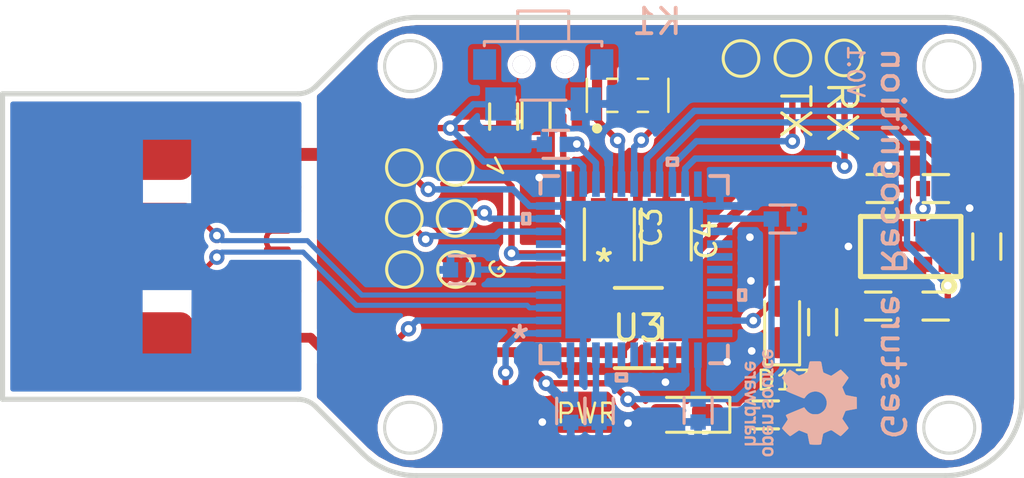
<source format=kicad_pcb>
(kicad_pcb (version 20171130) (host pcbnew "(5.1.4)-1")
  (layers (0 F.Cu signal) (31 B.Cu signal) (34 B.Paste user) (35 F.Paste user) (36 B.SilkS user) (37 F.SilkS user) (38 B.Mask user) (39 F.Mask user) (44 Edge.Cuts user))
  (net 0 "")
  (net 1 GND)
  (net 2 +5V)
  (net 3 /SCL)
  (net 4 /SDA)
  (net 5 /INT)
  (net 6 /D+)
  (net 7 /D-)
  (net 8 "Net-(U4-Pad3)")
  (net 9 /XTAL2)
  (net 10 "Net-(U2-Pad12)")
  (net 11 /XTAL1)
  (net 12 /RX)
  (net 13 /TX)
  (net 14 "Net-(U2-Pad22)")
  (net 15 "Net-(U2-Pad25)")
  (net 16 "Net-(U2-Pad26)")
  (net 17 "Net-(U2-Pad27)")
  (net 18 "Net-(U2-Pad28)")
  (net 19 "Net-(U2-Pad29)")
  (net 20 "Net-(U2-Pad30)")
  (net 21 "Net-(U2-Pad31)")
  (net 22 "Net-(U2-Pad33)")
  (net 23 "Net-(U2-Pad36)")
  (net 24 "Net-(U2-Pad37)")
  (net 25 "Net-(U2-Pad38)")
  (net 26 "Net-(U2-Pad39)")
  (net 27 "Net-(U2-Pad40)")
  (net 28 "Net-(U2-Pad41)")
  (net 29 "Net-(D1-Pad1)")
  (net 30 "Net-(D2-Pad1)")
  (net 31 /Aref)
  (net 32 /Ucap)
  (net 33 /RST)
  (net 34 /D13)
  (net 35 +3V3)
  (net 36 /MISO)
  (net 37 /SCK)
  (net 38 /MOSI)
  (net 39 /SS)
  (net 40 "Net-(U3-Pad4)")
  (module BPI:TS-018_TS24CA (layer B.Cu) (at 155.11272 89.97696 180)
    (fp_text reference K1 (at -4.46 2.46) (layer B.SilkS) (effects (justify mirror)))
    (fp_text value TS-018_TS24CA)
    (pad "" np_thru_hole custom (at 0.85 0.775 180) (size 0.7 0.7) (drill 0.7) (layers *.Cu *.Mask) (options (clearance outline) (anchor circle)) (primitives))
    (pad "" np_thru_hole custom (at -0.85 0.775 180) (size 0.7 0.7) (drill 0.7) (layers *.Cu *.Mask) (options (clearance outline) (anchor circle)) (primitives))
    (pad ~ smd rect (at -2.29997 0.775005 180) (size 0.899998 1.199998) (layers B.Cu B.Paste B.Mask))
    (pad ~ smd rect (at 2.29997 0.775005 180) (size 0.899998 1.199998) (layers B.Cu B.Paste B.Mask))
    (pad 2 smd rect (at 1.67513 -0.774903 180) (size 1.199896 1.299972) (layers B.Cu B.Paste B.Mask) (net 33 /RST))
    (pad 1 smd rect (at -1.674876 -0.7747 180) (size 1.199896 1.299972) (layers B.Cu B.Paste B.Mask) (net 1 GND))
  )
  (module OpenSourceHardware:OpenSourceHardware (layer B.Cu) (at 165.2143 102.47884 90)
    (fp_text reference G*** hide)
    (fp_text value LOGO hide)
  )
  (module BPI:APDS-9950 (layer F.Cu) (at 169.5323 96.35236 270)
    (fp_text reference U4 hide)
    (fp_text value APDS-9960 hide)
    (pad 8 smd rect (at -0.7 -1.455 270) (size 0.6 0.72) (layers F.Cu F.Paste F.Mask) (net 35 +3V3))
    (pad 7 smd rect (at -0.7 -0.485 270) (size 0.6 0.72) (layers F.Cu F.Paste F.Mask) (net 3 /SCL))
    (pad 6 smd rect (at -0.7 0.485 270) (size 0.6 0.72) (layers F.Cu F.Paste F.Mask) (net 1 GND))
    (pad 5 smd rect (at -0.7 1.455 270) (size 0.6 0.72) (layers F.Cu F.Paste F.Mask) (net 35 +3V3))
    (pad 4 smd rect (at 0.7 1.455 270) (size 0.6 0.72) (layers F.Cu F.Paste F.Mask) (net 8 "Net-(U4-Pad3)"))
    (pad 3 smd rect (at 0.7 0.485 270) (size 0.6 0.72) (layers F.Cu F.Paste F.Mask) (net 8 "Net-(U4-Pad3)"))
    (pad 2 smd rect (at 0.7 -0.485 270) (size 0.6 0.72) (layers F.Cu F.Paste F.Mask) (net 5 /INT))
    (pad 1 smd rect (at 0.7 -1.455 270) (size 0.6 0.72) (layers F.Cu F.Paste F.Mask) (net 4 /SDA))
  )
  (module BPI:SPX3819M5-L-3-3&slash_TR (layer F.Cu) (at 158.84652 99.55276)
    (fp_text reference U3 (at 0 0) (layer F.SilkS))
    (fp_text value SPX3819M5 hide)
    (fp_text user * (at -1.35255 -2.5502) (layer F.SilkS))
    (pad 1 smd rect (at -1.09855 -0.950001) (size 1.3081 0.4572) (layers F.Cu F.Paste F.Mask) (net 2 +5V))
    (pad 2 smd rect (at -1.09855 0) (size 1.3081 0.4572) (layers F.Cu F.Paste F.Mask) (net 1 GND))
    (pad 3 smd rect (at -1.09855 0.950001) (size 1.3081 0.4572) (layers F.Cu F.Paste F.Mask) (net 2 +5V))
    (pad 4 smd rect (at 1.09855 0.950001) (size 1.3081 0.4572) (layers F.Cu F.Paste F.Mask) (net 40 "Net-(U3-Pad4)"))
    (pad 5 smd rect (at 1.09855 -0.950001) (size 1.3081 0.4572) (layers F.Cu F.Paste F.Mask) (net 35 +3V3))
  )
  (module TestPoint:TestPoint_Pad_D1.0mm (layer F.Cu) (at 151.67102 97.2566)
    (fp_text reference TP9 hide)
    (fp_text value TestPoint)
    (pad 1 smd circle (at 0 0) (size 1 1) (layers F.Cu F.Mask) (net 1 GND))
  )
  (module TestPoint:TestPoint_Pad_D1.0mm (layer F.Cu) (at 149.66696 97.2561)
    (fp_text reference TP8 hide)
    (fp_text value TestPoint)
    (pad 1 smd circle (at 0 0) (size 1 1) (layers F.Cu F.Mask) (net 33 /RST))
  )
  (module TestPoint:TestPoint_Pad_D1.0mm (layer F.Cu) (at 151.65578 95.24746)
    (fp_text reference TP7 hide)
    (fp_text value TestPoint)
    (pad 1 smd circle (at 0 0) (size 1 1) (layers F.Cu F.Mask) (net 38 /MOSI))
  )
  (module TestPoint:TestPoint_Pad_D1.0mm (layer F.Cu) (at 149.66188 95.24746)
    (fp_text reference TP6 hide)
    (fp_text value TestPoint)
    (pad 1 smd circle (at 0 0) (size 1 1) (layers F.Cu F.Mask) (net 37 /SCK))
  )
  (module TestPoint:TestPoint_Pad_D1.0mm (layer F.Cu) (at 151.6634 93.25102)
    (fp_text reference TP5 hide)
    (fp_text value TestPoint)
    (pad 1 smd circle (at 0 0) (size 1 1) (layers F.Cu F.Mask) (net 2 +5V))
  )
  (module TestPoint:TestPoint_Pad_D1.0mm (layer F.Cu) (at 149.66442 93.25356)
    (fp_text reference TP4 hide)
    (fp_text value TestPoint)
    (pad 1 smd circle (at 0 0) (size 1 1) (layers F.Cu F.Mask) (net 36 /MISO))
  )
  (module BPI:C0805 (layer F.Cu) (at 159.94126 95.87992 270)
    (fp_text reference C4)
    (fp_text value 22uF)
    (fp_text user %R (at 0.21 -1.58 90) (layer F.SilkS) (effects (font (size 0.8 0.8) (thickness 0.125))))
    (pad 2 smd rect (at 0.875 0 270) (size 1.1 1.45) (layers F.Cu F.Paste F.Mask) (net 35 +3V3))
    (pad 1 smd rect (at -0.875 0 270) (size 1.1 1.45) (layers F.Cu F.Paste F.Mask) (net 1 GND))
  )
  (module BPI:USB-kingfigure (layer F.Cu) (at 141.98522 96.33574 90)
    (fp_text reference U1 hide)
    (fp_text value USB_GoldFinger)
    (pad 4 smd roundrect (at 3.6 -4.1 270) (size 2 7.000001) (layers F.Cu F.Mask) (net 1 GND))
    (pad 3 smd roundrect (at 1.025 -3.7 270) (size 1.35 6.2) (layers F.Cu F.Mask) (net 6 /D+))
    (pad 2 smd roundrect (at -1.025 -3.7 90) (size 1.35 6.2) (layers F.Cu F.Mask) (net 7 /D-))
    (pad 1 smd roundrect (at -3.6 -4.1 90) (size 2 7.000001) (layers F.Cu F.Mask) (net 2 +5V))
  )
  (module BPI:C0402 (layer B.Cu) (at 164.51072 95.27286 180)
    (fp_text reference C12)
    (fp_text value 105)
    (pad 2 smd rect (at 0.45 0 180) (size 0.6 0.6) (layers B.Cu B.Paste B.Mask) (net 2 +5V))
    (pad 1 smd rect (at -0.45 0 180) (size 0.6 0.6) (layers B.Cu B.Paste B.Mask) (net 1 GND))
  )
  (module BPI:R0402 (layer F.Cu) (at 166.0779 99.32416 270)
    (fp_text reference R6)
    (fp_text value 4K7)
    (pad 1 smd rect (at -0.5 0 270) (size 0.55 0.6) (layers F.Cu F.Paste F.Mask) (net 1 GND))
    (pad 2 smd rect (at 0.5 0 270) (size 0.55 0.6) (layers F.Cu F.Paste F.Mask) (net 30 "Net-(D2-Pad1)"))
  )
  (module BPI:R0402 (layer F.Cu) (at 163.84524 102.96652 180)
    (fp_text reference R5)
    (fp_text value 4K7)
    (pad 1 smd rect (at -0.5 0 180) (size 0.55 0.6) (layers F.Cu F.Paste F.Mask) (net 1 GND))
    (pad 2 smd rect (at 0.5 0 180) (size 0.55 0.6) (layers F.Cu F.Paste F.Mask) (net 29 "Net-(D1-Pad1)"))
  )
  (module LED_SMD:LED_0603_1608Metric_Castellated (layer F.Cu) (at 164.48786 99.31654 90)
    (fp_text reference D2 hide)
    (fp_text value LED-G)
    (pad 2 smd roundrect (at 0.8125 0 90) (size 1.225 0.85) (layers F.Cu F.Paste F.Mask) (net 34 /D13))
    (pad 1 smd roundrect (at -0.8125 0 90) (size 1.225 0.85) (layers F.Cu F.Paste F.Mask) (net 30 "Net-(D2-Pad1)"))
  )
  (module LED_SMD:LED_0603_1608Metric_Castellated (layer F.Cu) (at 160.75122 102.96398 180)
    (fp_text reference D1 hide)
    (fp_text value LED-R)
    (pad 2 smd roundrect (at 0.8125 0 180) (size 1.225 0.85) (layers F.Cu F.Paste F.Mask) (net 2 +5V))
    (pad 1 smd roundrect (at -0.8125 0 180) (size 1.225 0.85) (layers F.Cu F.Paste F.Mask) (net 29 "Net-(D1-Pad1)"))
  )
  (module TestPoint:TestPoint_Pad_D1.0mm (layer F.Cu) (at 166.91864 88.94318 270)
    (fp_text reference TP3 hide)
    (fp_text value TestPoint hide)
    (pad 1 smd circle (at 0 0 270) (size 1 1) (layers F.Cu F.Mask) (net 13 /TX))
  )
  (module TestPoint:TestPoint_Pad_D1.0mm (layer F.Cu) (at 164.9095 88.9508 270)
    (fp_text reference TP2 hide)
    (fp_text value TestPoint hide)
    (pad 1 smd circle (at 0 0 270) (size 1 1) (layers F.Cu F.Mask) (net 12 /RX))
  )
  (module TestPoint:TestPoint_Pad_D1.0mm (layer F.Cu) (at 162.87496 88.96604 270)
    (fp_text reference TP1 hide)
    (fp_text value TestPoint hide)
    (pad 1 smd circle (at 0 0 270) (size 1 1) (layers F.Cu F.Mask) (net 1 GND))
  )
  (module BPI:C0402 (layer B.Cu) (at 155.6076 92.33916)
    (fp_text reference C5)
    (fp_text value 104)
    (pad 2 smd rect (at 0.45 0) (size 0.6 0.6) (layers B.Cu B.Paste B.Mask) (net 2 +5V))
    (pad 1 smd rect (at -0.45 0) (size 0.6 0.6) (layers B.Cu B.Paste B.Mask) (net 1 GND))
  )
  (module BPI:ATMEGA32U4-MU (layer B.Cu) (at 158.68142 97.25914)
    (fp_text reference U2 hide)
    (fp_text value ATMEGA32U4-MU hide)
    (fp_text user * (at -4.4898 2.75) (layer B.SilkS) (effects (justify mirror)))
    (fp_text user * (at -4.4898 2.75) (layer B.SilkS) (effects (justify mirror)))
    (pad 1 smd rect (at -3.3574 2.5 270) (size 0.3 0.9948) (layers B.Cu B.Paste B.Mask) (net 5 /INT))
    (pad 2 smd rect (at -3.3574 2.000001 270) (size 0.3 0.9948) (layers B.Cu B.Paste B.Mask) (net 2 +5V))
    (pad 3 smd rect (at -3.3574 1.5 270) (size 0.3 0.9948) (layers B.Cu B.Paste B.Mask) (net 7 /D-))
    (pad 4 smd rect (at -3.3574 1.000001 270) (size 0.3 0.9948) (layers B.Cu B.Paste B.Mask) (net 6 /D+))
    (pad 5 smd rect (at -3.3574 0.499999 270) (size 0.3 0.9948) (layers B.Cu B.Paste B.Mask) (net 1 GND))
    (pad 6 smd rect (at -3.3574 0 270) (size 0.3 0.9948) (layers B.Cu B.Paste B.Mask) (net 32 /Ucap))
    (pad 7 smd rect (at -3.3574 -0.499999 270) (size 0.3 0.9948) (layers B.Cu B.Paste B.Mask) (net 2 +5V))
    (pad 8 smd rect (at -3.3574 -1.000001 270) (size 0.3 0.9948) (layers B.Cu B.Paste B.Mask) (net 39 /SS))
    (pad 9 smd rect (at -3.3574 -1.5 270) (size 0.3 0.9948) (layers B.Cu B.Paste B.Mask) (net 37 /SCK))
    (pad 10 smd rect (at -3.3574 -2.000001 270) (size 0.3 0.9948) (layers B.Cu B.Paste B.Mask) (net 38 /MOSI))
    (pad 11 smd rect (at -3.3574 -2.5 270) (size 0.3 0.9948) (layers B.Cu B.Paste B.Mask) (net 36 /MISO))
    (pad 12 smd rect (at -2.5 -3.3574) (size 0.3 0.9948) (layers B.Cu B.Paste B.Mask) (net 10 "Net-(U2-Pad12)"))
    (pad 13 smd rect (at -2.000001 -3.3574) (size 0.3 0.9948) (layers B.Cu B.Paste B.Mask) (net 33 /RST))
    (pad 14 smd rect (at -1.5 -3.3574) (size 0.3 0.9948) (layers B.Cu B.Paste B.Mask) (net 2 +5V))
    (pad 15 smd rect (at -1.000001 -3.3574) (size 0.3 0.9948) (layers B.Cu B.Paste B.Mask) (net 1 GND))
    (pad 16 smd rect (at -0.499999 -3.3574) (size 0.3 0.9948) (layers B.Cu B.Paste B.Mask) (net 9 /XTAL2))
    (pad 17 smd rect (at 0 -3.3574) (size 0.3 0.9948) (layers B.Cu B.Paste B.Mask) (net 11 /XTAL1))
    (pad 18 smd rect (at 0.499999 -3.3574) (size 0.3 0.9948) (layers B.Cu B.Paste B.Mask) (net 3 /SCL))
    (pad 19 smd rect (at 1.000001 -3.3574) (size 0.3 0.9948) (layers B.Cu B.Paste B.Mask) (net 4 /SDA))
    (pad 20 smd rect (at 1.5 -3.3574) (size 0.3 0.9948) (layers B.Cu B.Paste B.Mask) (net 12 /RX))
    (pad 21 smd rect (at 2.000001 -3.3574) (size 0.3 0.9948) (layers B.Cu B.Paste B.Mask) (net 13 /TX))
    (pad 22 smd rect (at 2.5 -3.3574) (size 0.3 0.9948) (layers B.Cu B.Paste B.Mask) (net 14 "Net-(U2-Pad22)"))
    (pad 23 smd rect (at 3.3574 -2.5 270) (size 0.3 0.9948) (layers B.Cu B.Paste B.Mask) (net 1 GND))
    (pad 24 smd rect (at 3.3574 -2.000001 270) (size 0.3 0.9948) (layers B.Cu B.Paste B.Mask) (net 2 +5V))
    (pad 25 smd rect (at 3.3574 -1.5 270) (size 0.3 0.9948) (layers B.Cu B.Paste B.Mask) (net 15 "Net-(U2-Pad25)"))
    (pad 26 smd rect (at 3.3574 -1.000001 270) (size 0.3 0.9948) (layers B.Cu B.Paste B.Mask) (net 16 "Net-(U2-Pad26)"))
    (pad 27 smd rect (at 3.3574 -0.499999 270) (size 0.3 0.9948) (layers B.Cu B.Paste B.Mask) (net 17 "Net-(U2-Pad27)"))
    (pad 28 smd rect (at 3.3574 0 270) (size 0.3 0.9948) (layers B.Cu B.Paste B.Mask) (net 18 "Net-(U2-Pad28)"))
    (pad 29 smd rect (at 3.3574 0.499999 270) (size 0.3 0.9948) (layers B.Cu B.Paste B.Mask) (net 19 "Net-(U2-Pad29)"))
    (pad 30 smd rect (at 3.3574 1.000001 270) (size 0.3 0.9948) (layers B.Cu B.Paste B.Mask) (net 20 "Net-(U2-Pad30)"))
    (pad 31 smd rect (at 3.3574 1.5 270) (size 0.3 0.9948) (layers B.Cu B.Paste B.Mask) (net 21 "Net-(U2-Pad31)"))
    (pad 32 smd rect (at 3.3574 2.000001 270) (size 0.3 0.9948) (layers B.Cu B.Paste B.Mask) (net 34 /D13))
    (pad 33 smd rect (at 3.3574 2.5 270) (size 0.3 0.9948) (layers B.Cu B.Paste B.Mask) (net 22 "Net-(U2-Pad33)"))
    (pad 34 smd rect (at 2.5 3.3574) (size 0.3 0.9948) (layers B.Cu B.Paste B.Mask) (net 2 +5V))
    (pad 35 smd rect (at 2.000001 3.3574) (size 0.3 0.9948) (layers B.Cu B.Paste B.Mask) (net 1 GND))
    (pad 36 smd rect (at 1.5 3.3574) (size 0.3 0.9948) (layers B.Cu B.Paste B.Mask) (net 23 "Net-(U2-Pad36)"))
    (pad 37 smd rect (at 1.000001 3.3574) (size 0.3 0.9948) (layers B.Cu B.Paste B.Mask) (net 24 "Net-(U2-Pad37)"))
    (pad 38 smd rect (at 0.499999 3.3574) (size 0.3 0.9948) (layers B.Cu B.Paste B.Mask) (net 25 "Net-(U2-Pad38)"))
    (pad 39 smd rect (at 0 3.3574) (size 0.3 0.9948) (layers B.Cu B.Paste B.Mask) (net 26 "Net-(U2-Pad39)"))
    (pad 40 smd rect (at -0.499999 3.3574) (size 0.3 0.9948) (layers B.Cu B.Paste B.Mask) (net 27 "Net-(U2-Pad40)"))
    (pad 41 smd rect (at -1.000001 3.3574) (size 0.3 0.9948) (layers B.Cu B.Paste B.Mask) (net 28 "Net-(U2-Pad41)"))
    (pad 42 smd rect (at -1.5 3.3574) (size 0.3 0.9948) (layers B.Cu B.Paste B.Mask) (net 31 /Aref))
    (pad 43 smd rect (at -2.000001 3.3574) (size 0.3 0.9948) (layers B.Cu B.Paste B.Mask) (net 1 GND))
    (pad 44 smd rect (at -2.5 3.3574) (size 0.3 0.9948) (layers B.Cu B.Paste B.Mask) (net 2 +5V))
    (pad 45 smd rect (at 0 0) (size 5.399999 5.399999) (layers B.Cu B.Paste B.Mask) (net 1 GND))
  )
  (module BPI:CSTCE16M (layer F.Cu) (at 158.42488 90.41384 180)
    (fp_text reference Y1 hide)
    (fp_text value Crystal_16M hide)
    (pad 1 smd rect (at 1.2 0 180) (size 0.4 2) (layers F.Cu F.Paste F.Mask) (net 9 /XTAL2))
    (pad 2 smd rect (at 0 0 180) (size 0.4 2) (layers F.Cu F.Paste F.Mask) (net 1 GND))
    (pad 3 smd rect (at -1.2 0 180) (size 0.4 2) (layers F.Cu F.Paste F.Mask) (net 11 /XTAL1))
  )
  (module BPI:R0402 (layer F.Cu) (at 168.25722 98.6917 180)
    (fp_text reference R4)
    (fp_text value 10K)
    (pad 1 smd rect (at -0.5 0 180) (size 0.55 0.6) (layers F.Cu F.Paste F.Mask) (net 35 +3V3))
    (pad 2 smd rect (at 0.5 0 180) (size 0.55 0.6) (layers F.Cu F.Paste F.Mask) (net 5 /INT))
  )
  (module BPI:R0402 (layer F.Cu) (at 154.83078 91.1987 90)
    (fp_text reference R3)
    (fp_text value 10K)
    (pad 1 smd rect (at -0.5 0 90) (size 0.55 0.6) (layers F.Cu F.Paste F.Mask) (net 33 /RST))
    (pad 2 smd rect (at 0.5 0 90) (size 0.55 0.6) (layers F.Cu F.Paste F.Mask) (net 2 +5V))
  )
  (module BPI:R0402 (layer F.Cu) (at 170.51274 98.6917 180)
    (fp_text reference R2)
    (fp_text value 4K7)
    (pad 1 smd rect (at -0.5 0 180) (size 0.55 0.6) (layers F.Cu F.Paste F.Mask) (net 4 /SDA))
    (pad 2 smd rect (at 0.5 0 180) (size 0.55 0.6) (layers F.Cu F.Paste F.Mask) (net 35 +3V3))
  )
  (module BPI:R0402 (layer F.Cu) (at 170.52036 94.07652)
    (fp_text reference R1)
    (fp_text value 4K7)
    (pad 1 smd rect (at -0.5 0) (size 0.55 0.6) (layers F.Cu F.Paste F.Mask) (net 3 /SCL))
    (pad 2 smd rect (at 0.5 0) (size 0.55 0.6) (layers F.Cu F.Paste F.Mask) (net 35 +3V3))
  )
  (module BPI:C0402 (layer B.Cu) (at 156.19222 102.81158 90)
    (fp_text reference C11)
    (fp_text value 105)
    (pad 2 smd rect (at 0.45 0 90) (size 0.6 0.6) (layers B.Cu B.Paste B.Mask) (net 2 +5V))
    (pad 1 smd rect (at -0.45 0 90) (size 0.6 0.6) (layers B.Cu B.Paste B.Mask) (net 1 GND))
  )
  (module BPI:C0402 (layer F.Cu) (at 168.31818 94.07398)
    (fp_text reference C10)
    (fp_text value 105)
    (pad 2 smd rect (at 0.45 0) (size 0.6 0.6) (layers F.Cu F.Paste F.Mask) (net 1 GND))
    (pad 1 smd rect (at -0.45 0) (size 0.6 0.6) (layers F.Cu F.Paste F.Mask) (net 35 +3V3))
  )
  (module BPI:C0402 (layer F.Cu) (at 172.51934 96.3549 90)
    (fp_text reference C8)
    (fp_text value 105)
    (pad 2 smd rect (at 0.45 0 90) (size 0.6 0.6) (layers F.Cu F.Paste F.Mask) (net 35 +3V3))
    (pad 1 smd rect (at -0.45 0 90) (size 0.6 0.6) (layers F.Cu F.Paste F.Mask) (net 1 GND))
  )
  (module BPI:C0402 (layer F.Cu) (at 153.56078 91.2495 90)
    (fp_text reference C7)
    (fp_text value 104)
    (pad 2 smd rect (at 0.45 0 90) (size 0.6 0.6) (layers F.Cu F.Paste F.Mask) (net 1 GND))
    (pad 1 smd rect (at -0.45 0 90) (size 0.6 0.6) (layers F.Cu F.Paste F.Mask) (net 33 /RST))
  )
  (module BPI:C0402 (layer B.Cu) (at 161.19094 102.79634 90)
    (fp_text reference C6)
    (fp_text value 104)
    (pad 2 smd rect (at 0.45 0 90) (size 0.6 0.6) (layers B.Cu B.Paste B.Mask) (net 2 +5V))
    (pad 1 smd rect (at -0.45 0 90) (size 0.6 0.6) (layers B.Cu B.Paste B.Mask) (net 1 GND))
  )
  (module BPI:C0805 (layer F.Cu) (at 157.7086 95.87484 270)
    (fp_text reference C3)
    (fp_text value 22uF)
    (fp_text user %R (at -0.27432 -1.64338 90) (layer F.SilkS) (effects (font (size 0.8 0.8) (thickness 0.125))))
    (pad 2 smd rect (at 0.875 0 270) (size 1.1 1.45) (layers F.Cu F.Paste F.Mask) (net 2 +5V))
    (pad 1 smd rect (at -0.875 0 270) (size 1.1 1.45) (layers F.Cu F.Paste F.Mask) (net 1 GND))
  )
  (module BPI:C0402 (layer B.Cu) (at 151.92502 97.2693 180)
    (fp_text reference C2)
    (fp_text value 105)
    (pad 2 smd rect (at 0.45 0 180) (size 0.6 0.6) (layers B.Cu B.Paste B.Mask) (net 1 GND))
    (pad 1 smd rect (at -0.45 0 180) (size 0.6 0.6) (layers B.Cu B.Paste B.Mask) (net 32 /Ucap))
  )
  (module BPI:C0402 (layer B.Cu) (at 157.30728 102.8065 90)
    (fp_text reference C1)
    (fp_text value 104)
    (pad 2 smd rect (at 0.45 0 90) (size 0.6 0.6) (layers B.Cu B.Paste B.Mask) (net 31 /Aref))
    (pad 1 smd rect (at -0.45 0 90) (size 0.6 0.6) (layers B.Cu B.Paste B.Mask) (net 1 GND))
  )
  (gr_text G (at 153.29154 97.27692 45) (layer F.SilkS) (effects (font (size 0.635 0.635) (thickness 0.1016))))
  (gr_text V (at 153.3271 93.2561 45) (layer F.SilkS) (effects (font (size 0.635 0.635) (thickness 0.1016))))
  (gr_text "RX\nTX" (at 165.91534 91.0463 270) (layer F.SilkS) (effects (font (size 1.143 1.27) (thickness 0.127))))
  (gr_circle (center 171.04614 103.4702) (end 171.04614 104.4702) (layer Edge.Cuts) (width 0.12))
  (gr_circle (center 149.88794 89.26398) (end 149.88794 90.26398) (layer Edge.Cuts) (width 0.12))
  (gr_circle (center 149.88794 103.4702) (end 149.88794 104.4702) (layer Edge.Cuts) (width 0.12))
  (gr_circle (center 171.04614 89.26906) (end 171.04614 90.26906) (layer Edge.Cuts) (width 0.12))
  (gr_text V0.1 (at 167.37076 89.46642 270) (layer B.SilkS) (effects (font (size 0.635 0.635) (thickness 0.1016)) (justify mirror)))
  (gr_text "Gesture Recognition" (at 168.83634 96.23552 270) (layer B.SilkS) (effects (font (size 0.889 1.016) (thickness 0.1524)) (justify mirror)))
  (gr_text Hulk (at 144.83334 96.33712 270) (layer F.Cu) (effects (font (size 1.27 1.651) (thickness 0.2032))))
  (gr_line (start 173.89628 102.35314) (end 173.89628 90.35314) (layer Edge.Cuts) (width 0.2))
  (gr_line (start 133.89628 90.35314) (end 133.89628 102.35314) (layer Edge.Cuts) (width 0.2))
  (gr_text D13 (at 164.5793 101.6127) (layer F.SilkS) (effects (font (size 0.762 0.762) (thickness 0.1016))))
  (gr_text PWR (at 156.8196 102.90556) (layer F.SilkS) (effects (font (size 0.762 0.762) (thickness 0.1016))))
  (gr_line (start 150.13874 105.35288) (end 170.8961 105.35288) (layer Edge.Cuts) (width 0.2))
  (gr_arc (start 170.8961 90.35288) (end 173.8961 90.35288) (angle -90) (layer Edge.Cuts) (width 0.2))
  (gr_arc (start 145.481886 103.35288) (end 146.188993 102.645773) (angle -45) (layer Edge.Cuts) (width 0.2))
  (gr_arc (start 150.13874 102.352879) (end 148.01742 104.4742) (angle -45) (layer Edge.Cuts) (width 0.2))
  (gr_line (start 170.8961 87.35288) (end 150.13874 87.35288) (layer Edge.Cuts) (width 0.2))
  (gr_line (start 146.188993 102.645773) (end 148.01742 104.4742) (layer Edge.Cuts) (width 0.2))
  (gr_arc (start 170.8961 102.35288) (end 170.8961 105.35288) (angle -90) (layer Edge.Cuts) (width 0.2))
  (gr_arc (start 145.481886 89.35288) (end 145.481886 90.35288) (angle -45) (layer Edge.Cuts) (width 0.2))
  (gr_arc (start 150.13874 90.35288) (end 150.13874 87.35288) (angle -45) (layer Edge.Cuts) (width 0.2))
  (gr_line (start 145.481886 90.35288) (end 133.8961 90.35288) (layer Edge.Cuts) (width 0.2))
  (gr_line (start 148.01742 88.23156) (end 146.188993 90.059987) (layer Edge.Cuts) (width 0.2))
  (gr_line (start 133.8961 102.35288) (end 145.481886 102.35288) (layer Edge.Cuts) (width 0.2))
  (segment (start 156.681419 99.259141) (end 158.68142 97.25914) (width 0.25) (layer B.Cu) (net 1))
  (segment (start 156.681419 100.61654) (end 156.681419 99.259141) (width 0.25) (layer B.Cu) (net 1))
  (segment (start 160.681421 99.259141) (end 158.68142 97.25914) (width 0.25) (layer B.Cu) (net 1))
  (segment (start 160.681421 100.61654) (end 160.681421 99.259141) (width 0.25) (layer B.Cu) (net 1))
  (segment (start 161.18142 94.75914) (end 158.68142 97.25914) (width 0.25) (layer B.Cu) (net 1))
  (segment (start 162.03882 94.75914) (end 161.18142 94.75914) (width 0.25) (layer B.Cu) (net 1))
  (via (at 163.29406 100.45446) (size 0.6) (drill 0.3) (layers F.Cu B.Cu) (net 1))
  (via (at 162.32886 100.88626) (size 0.6) (drill 0.3) (layers F.Cu B.Cu) (net 1))
  (via (at 159.90824 101.68128) (size 0.6) (drill 0.3) (layers F.Cu B.Cu) (net 1))
  (via (at 154.95524 93.64218) (size 0.6) (drill 0.3) (layers F.Cu B.Cu) (net 1))
  (via (at 168.66616 93.17228) (size 0.6) (drill 0.3) (layers F.Cu B.Cu) (net 1))
  (via (at 167.08882 96.34982) (size 0.6) (drill 0.3) (layers F.Cu B.Cu) (net 1))
  (segment (start 137.88522 92.73574) (end 146.55258 92.73574) (width 0.508) (layer F.Cu) (net 1))
  (segment (start 146.55258 92.73574) (end 147.02028 92.26804) (width 0.381) (layer F.Cu) (net 1))
  (via (at 155.07716 103.24846) (size 0.6) (drill 0.3) (layers F.Cu B.Cu) (net 1))
  (via (at 158.44012 103.2891) (size 0.6) (drill 0.3) (layers F.Cu B.Cu) (net 1))
  (via (at 163.26358 97.7011) (size 0.6) (drill 0.3) (layers F.Cu B.Cu) (net 1))
  (via (at 163.22294 95.9866) (size 0.6) (drill 0.3) (layers F.Cu B.Cu) (net 1))
  (via (at 171.84624 94.8436) (size 0.6) (drill 0.3) (layers F.Cu B.Cu) (net 1))
  (segment (start 158.181421 97.759139) (end 158.68142 97.25914) (width 0.25) (layer B.Cu) (net 1))
  (segment (start 155.32402 97.759139) (end 158.181421 97.759139) (width 0.25) (layer B.Cu) (net 1))
  (segment (start 157.681419 96.259139) (end 158.68142 97.25914) (width 0.25) (layer B.Cu) (net 1))
  (segment (start 157.681419 93.90174) (end 157.681419 96.259139) (width 0.25) (layer B.Cu) (net 1))
  (segment (start 157.74797 96.78921) (end 157.7086 96.74984) (width 0.381) (layer F.Cu) (net 2))
  (segment (start 157.74797 98.602759) (end 157.74797 96.78921) (width 0.381) (layer F.Cu) (net 2))
  (segment (start 158.17342 100.502761) (end 157.74797 100.502761) (width 0.25) (layer F.Cu) (net 2))
  (segment (start 158.727021 99.94916) (end 158.17342 100.502761) (width 0.25) (layer F.Cu) (net 2))
  (segment (start 158.727021 99.15636) (end 158.727021 99.94916) (width 0.25) (layer F.Cu) (net 2))
  (segment (start 157.74797 98.602759) (end 158.17342 98.602759) (width 0.25) (layer F.Cu) (net 2))
  (segment (start 158.17342 98.602759) (end 158.727021 99.15636) (width 0.25) (layer F.Cu) (net 2))
  (segment (start 164.046999 95.259139) (end 164.06072 95.27286) (width 0.25) (layer B.Cu) (net 2))
  (segment (start 162.03882 95.259139) (end 164.046999 95.259139) (width 0.25) (layer B.Cu) (net 2))
  (segment (start 161.18142 102.33682) (end 161.19094 102.34634) (width 0.25) (layer B.Cu) (net 2))
  (segment (start 161.18142 100.61654) (end 161.18142 102.33682) (width 0.25) (layer B.Cu) (net 2))
  (segment (start 156.19222 100.62734) (end 156.18142 100.61654) (width 0.25) (layer B.Cu) (net 2))
  (segment (start 156.19222 102.36158) (end 156.19222 100.62734) (width 0.25) (layer B.Cu) (net 2))
  (via (at 155.22448 101.72446) (size 0.6) (drill 0.3) (layers F.Cu B.Cu) (net 2))
  (segment (start 156.19222 102.36158) (end 155.8616 102.36158) (width 0.381) (layer B.Cu) (net 2))
  (segment (start 155.8616 102.36158) (end 155.22448 101.72446) (width 0.381) (layer B.Cu) (net 2))
  (segment (start 153.669959 100.502761) (end 157.74797 100.502761) (width 0.381) (layer F.Cu) (net 2))
  (segment (start 154.002781 100.502761) (end 153.669959 100.502761) (width 0.381) (layer F.Cu) (net 2))
  (segment (start 155.22448 101.72446) (end 154.002781 100.502761) (width 0.381) (layer F.Cu) (net 2))
  (via (at 149.82698 99.58324) (size 0.6) (drill 0.3) (layers F.Cu B.Cu) (net 2))
  (segment (start 155.32402 99.259141) (end 150.151079 99.259141) (width 0.25) (layer B.Cu) (net 2))
  (segment (start 150.151079 99.259141) (end 149.82698 99.58324) (width 0.25) (layer B.Cu) (net 2))
  (segment (start 148.866819 100.502761) (end 153.669959 100.502761) (width 0.381) (layer F.Cu) (net 2))
  (segment (start 148.907459 100.502761) (end 148.866819 100.502761) (width 0.25) (layer F.Cu) (net 2))
  (segment (start 149.82698 99.58324) (end 148.907459 100.502761) (width 0.25) (layer F.Cu) (net 2))
  (segment (start 152.163399 93.751019) (end 153.639139 93.751019) (width 0.25) (layer F.Cu) (net 2))
  (segment (start 151.6634 93.25102) (end 152.163399 93.751019) (width 0.25) (layer F.Cu) (net 2))
  (via (at 153.86812 96.61906) (size 0.6) (drill 0.3) (layers F.Cu B.Cu) (net 2))
  (segment (start 153.639139 93.751019) (end 153.86812 93.98) (width 0.25) (layer F.Cu) (net 2))
  (segment (start 153.86812 93.98) (end 153.86812 96.61906) (width 0.25) (layer F.Cu) (net 2))
  (segment (start 154.008201 96.759141) (end 155.32402 96.759141) (width 0.25) (layer B.Cu) (net 2))
  (segment (start 153.86812 96.61906) (end 154.008201 96.759141) (width 0.25) (layer B.Cu) (net 2))
  (segment (start 157.57782 96.61906) (end 157.7086 96.74984) (width 0.25) (layer F.Cu) (net 2))
  (segment (start 153.86812 96.61906) (end 157.57782 96.61906) (width 0.25) (layer F.Cu) (net 2))
  (segment (start 155.38078 90.6987) (end 155.89758 91.2155) (width 0.25) (layer F.Cu) (net 2))
  (segment (start 157.5336 96.74984) (end 157.7086 96.74984) (width 0.25) (layer F.Cu) (net 2))
  (segment (start 155.89758 95.11382) (end 157.5336 96.74984) (width 0.25) (layer F.Cu) (net 2))
  (segment (start 164.06072 95.82286) (end 164.06876 95.8309) (width 0.25) (layer B.Cu) (net 2))
  (segment (start 164.06072 95.27286) (end 164.06072 95.82286) (width 0.25) (layer B.Cu) (net 2))
  (segment (start 164.06876 95.8309) (end 164.06876 100.96754) (width 0.25) (layer B.Cu) (net 2))
  (segment (start 162.68996 102.34634) (end 161.19094 102.34634) (width 0.25) (layer B.Cu) (net 2))
  (segment (start 164.06876 100.96754) (end 162.68996 102.34634) (width 0.25) (layer B.Cu) (net 2))
  (via (at 158.43758 102.35438) (size 0.6) (drill 0.3) (layers F.Cu B.Cu) (net 2))
  (segment (start 161.19094 102.34634) (end 158.44562 102.34634) (width 0.25) (layer B.Cu) (net 2))
  (segment (start 158.44562 102.34634) (end 158.43758 102.35438) (width 0.25) (layer B.Cu) (net 2))
  (segment (start 157.80766 101.72446) (end 155.22448 101.72446) (width 0.25) (layer F.Cu) (net 2))
  (segment (start 158.43758 102.35438) (end 157.80766 101.72446) (width 0.25) (layer F.Cu) (net 2))
  (segment (start 159.04718 102.96398) (end 158.43758 102.35438) (width 0.25) (layer F.Cu) (net 2))
  (segment (start 159.93872 102.96398) (end 159.04718 102.96398) (width 0.25) (layer F.Cu) (net 2))
  (segment (start 146.550339 100.502761) (end 148.866819 100.502761) (width 0.381) (layer F.Cu) (net 2))
  (segment (start 137.88522 99.93574) (end 145.983318 99.93574) (width 0.381) (layer F.Cu) (net 2))
  (segment (start 145.983318 99.93574) (end 146.550339 100.502761) (width 0.381) (layer F.Cu) (net 2))
  (segment (start 154.83078 90.6987) (end 155.38078 90.6987) (width 0.25) (layer F.Cu) (net 2))
  (segment (start 155.915081 92.023921) (end 155.89758 92.00642) (width 0.25) (layer F.Cu) (net 2))
  (segment (start 155.89758 91.2155) (end 155.89758 92.00642) (width 0.25) (layer F.Cu) (net 2))
  (segment (start 155.89758 92.00642) (end 155.89758 92.25788) (width 0.25) (layer F.Cu) (net 2))
  (segment (start 155.89758 92.25788) (end 155.89758 95.11382) (width 0.25) (layer F.Cu) (net 2))
  (via (at 156.43098 92.32646) (size 0.6) (drill 0.3) (layers F.Cu B.Cu) (net 2))
  (segment (start 155.96616 92.32646) (end 156.43098 92.32646) (width 0.25) (layer F.Cu) (net 2))
  (segment (start 155.89758 92.25788) (end 155.96616 92.32646) (width 0.25) (layer F.Cu) (net 2))
  (segment (start 156.41828 92.33916) (end 156.43098 92.32646) (width 0.25) (layer B.Cu) (net 2))
  (segment (start 156.0576 92.33916) (end 156.41828 92.33916) (width 0.25) (layer B.Cu) (net 2))
  (segment (start 157.18142 93.15434) (end 157.18142 93.90174) (width 0.25) (layer B.Cu) (net 2))
  (segment (start 157.18142 93.07182) (end 157.18142 93.15434) (width 0.25) (layer B.Cu) (net 2))
  (segment (start 156.43606 92.32646) (end 157.18142 93.07182) (width 0.25) (layer B.Cu) (net 2))
  (segment (start 156.43098 92.32646) (end 156.43606 92.32646) (width 0.25) (layer B.Cu) (net 2))
  (segment (start 170.0173 94.07958) (end 170.02036 94.07652) (width 0.25) (layer F.Cu) (net 3))
  (segment (start 170.0173 95.65236) (end 170.0173 94.86152) (width 0.25) (layer F.Cu) (net 3))
  (segment (start 170.0173 94.86152) (end 170.0173 94.07958) (width 0.25) (layer F.Cu) (net 3))
  (via (at 170.0173 94.86152) (size 0.6) (drill 0.3) (layers F.Cu B.Cu) (net 3))
  (segment (start 170.0173 92.13074) (end 170.0173 94.86152) (width 0.25) (layer B.Cu) (net 3))
  (segment (start 168.91 91.02344) (end 170.0173 92.13074) (width 0.25) (layer B.Cu) (net 3))
  (segment (start 161.04108 91.02344) (end 168.91 91.02344) (width 0.25) (layer B.Cu) (net 3))
  (segment (start 159.181419 93.90174) (end 159.181419 92.883101) (width 0.25) (layer B.Cu) (net 3))
  (segment (start 159.181419 92.883101) (end 161.04108 91.02344) (width 0.25) (layer B.Cu) (net 3))
  (segment (start 170.9873 98.66626) (end 171.01274 98.6917) (width 0.25) (layer F.Cu) (net 4))
  (segment (start 170.9873 97.05236) (end 170.9873 97.88694) (width 0.25) (layer F.Cu) (net 4))
  (segment (start 170.9873 97.88694) (end 170.9873 98.66626) (width 0.25) (layer F.Cu) (net 4))
  (via (at 170.9873 97.88694) (size 0.6) (drill 0.3) (layers F.Cu B.Cu) (net 4))
  (segment (start 170.687301 97.586941) (end 170.9873 97.88694) (width 0.25) (layer B.Cu) (net 4))
  (segment (start 159.681421 93.019509) (end 161.22283 91.4781) (width 0.25) (layer B.Cu) (net 4))
  (segment (start 159.681421 93.90174) (end 159.681421 93.019509) (width 0.25) (layer B.Cu) (net 4))
  (segment (start 161.22283 91.4781) (end 168.54424 91.4781) (width 0.25) (layer B.Cu) (net 4))
  (segment (start 168.54424 91.4781) (end 169.38752 92.32138) (width 0.25) (layer B.Cu) (net 4))
  (segment (start 169.38752 92.32138) (end 169.38752 96.28716) (width 0.25) (layer B.Cu) (net 4))
  (segment (start 169.38752 96.28716) (end 170.687301 97.586941) (width 0.25) (layer B.Cu) (net 4))
  (segment (start 170.0173 97.60236) (end 169.7306 97.88906) (width 0.25) (layer F.Cu) (net 5))
  (segment (start 170.0173 97.05236) (end 170.0173 97.60236) (width 0.25) (layer F.Cu) (net 5))
  (segment (start 167.75722 98.1417) (end 167.75722 98.6917) (width 0.25) (layer F.Cu) (net 5))
  (segment (start 169.7306 97.88906) (end 168.00986 97.88906) (width 0.25) (layer F.Cu) (net 5))
  (segment (start 168.00986 97.88906) (end 167.75722 98.1417) (width 0.25) (layer F.Cu) (net 5))
  (via (at 153.63698 101.30536) (size 0.6) (drill 0.3) (layers F.Cu B.Cu) (net 5))
  (segment (start 153.63698 101.30536) (end 153.63698 100.27412) (width 0.25) (layer B.Cu) (net 5))
  (segment (start 154.15196 99.75914) (end 155.32402 99.75914) (width 0.25) (layer B.Cu) (net 5))
  (segment (start 153.63698 100.27412) (end 154.15196 99.75914) (width 0.25) (layer B.Cu) (net 5))
  (segment (start 153.63698 102.8827) (end 153.63698 101.30536) (width 0.25) (layer F.Cu) (net 5))
  (segment (start 154.75458 104.0003) (end 153.63698 102.8827) (width 0.25) (layer F.Cu) (net 5))
  (segment (start 164.83838 104.0003) (end 154.75458 104.0003) (width 0.25) (layer F.Cu) (net 5))
  (segment (start 167.75722 98.6917) (end 167.75722 101.08146) (width 0.25) (layer F.Cu) (net 5))
  (segment (start 167.75722 101.08146) (end 164.83838 104.0003) (width 0.25) (layer F.Cu) (net 5))
  (via (at 142.30604 95.92228) (size 0.6) (drill 0.3) (layers F.Cu B.Cu) (net 6))
  (segment (start 141.6945 95.31074) (end 138.28522 95.31074) (width 0.2) (layer F.Cu) (net 6))
  (segment (start 142.30604 95.92228) (end 141.6945 95.31074) (width 0.2) (layer F.Cu) (net 6))
  (segment (start 142.50604 96.12228) (end 142.30604 95.92228) (width 0.2) (layer B.Cu) (net 6))
  (segment (start 145.85802 96.12228) (end 142.50604 96.12228) (width 0.2) (layer B.Cu) (net 6))
  (segment (start 155.32402 98.259141) (end 147.994881 98.259141) (width 0.2) (layer B.Cu) (net 6))
  (segment (start 147.994881 98.259141) (end 145.85802 96.12228) (width 0.2) (layer B.Cu) (net 6))
  (via (at 142.30604 96.77228) (size 0.6) (drill 0.3) (layers F.Cu B.Cu) (net 7))
  (segment (start 139.88522 97.36074) (end 138.28522 97.36074) (width 0.2) (layer F.Cu) (net 7))
  (segment (start 141.71168 97.36074) (end 139.88522 97.36074) (width 0.2) (layer F.Cu) (net 7))
  (segment (start 142.30604 96.77228) (end 142.30014 96.77228) (width 0.2) (layer F.Cu) (net 7))
  (segment (start 142.30014 96.77228) (end 141.71168 97.36074) (width 0.2) (layer F.Cu) (net 7))
  (segment (start 142.50604 96.57228) (end 142.30604 96.77228) (width 0.2) (layer B.Cu) (net 7))
  (segment (start 145.69334 96.57228) (end 142.50604 96.57228) (width 0.2) (layer B.Cu) (net 7))
  (segment (start 147.78228 98.66122) (end 145.69334 96.57228) (width 0.2) (layer B.Cu) (net 7))
  (segment (start 154.479999 98.66122) (end 147.78228 98.66122) (width 0.2) (layer B.Cu) (net 7))
  (segment (start 155.32402 98.75914) (end 154.577919 98.75914) (width 0.2) (layer B.Cu) (net 7))
  (segment (start 154.577919 98.75914) (end 154.479999 98.66122) (width 0.2) (layer B.Cu) (net 7))
  (segment (start 168.0773 97.05236) (end 169.0473 97.05236) (width 0.25) (layer F.Cu) (net 8))
  (via (at 158.03118 92.18422) (size 0.6) (drill 0.3) (layers F.Cu B.Cu) (net 9))
  (segment (start 158.181421 93.90174) (end 158.181421 92.334461) (width 0.25) (layer B.Cu) (net 9))
  (segment (start 158.181421 92.334461) (end 158.03118 92.18422) (width 0.25) (layer B.Cu) (net 9))
  (segment (start 157.22488 91.37792) (end 158.03118 92.18422) (width 0.25) (layer F.Cu) (net 9))
  (segment (start 157.22488 90.41384) (end 157.22488 91.37792) (width 0.25) (layer F.Cu) (net 9))
  (via (at 158.96082 92.17406) (size 0.6) (drill 0.3) (layers F.Cu B.Cu) (net 11))
  (segment (start 158.68142 93.90174) (end 158.68142 92.45346) (width 0.25) (layer B.Cu) (net 11))
  (segment (start 158.68142 92.45346) (end 158.96082 92.17406) (width 0.25) (layer B.Cu) (net 11))
  (segment (start 159.62488 91.51) (end 158.96082 92.17406) (width 0.25) (layer F.Cu) (net 11))
  (segment (start 159.62488 90.41384) (end 159.62488 91.51) (width 0.25) (layer F.Cu) (net 11))
  (segment (start 164.8714 88.9889) (end 164.9095 88.9508) (width 0.25) (layer F.Cu) (net 12))
  (segment (start 164.88918 92.21724) (end 164.88918 92.21724) (width 0.25) (layer B.Cu) (net 12))
  (via (at 164.88918 92.21724) (size 0.6) (drill 0.3) (layers F.Cu B.Cu) (net 12))
  (segment (start 164.88918 88.97112) (end 164.9095 88.9508) (width 0.25) (layer F.Cu) (net 12))
  (segment (start 164.88918 92.21724) (end 164.88918 88.97112) (width 0.25) (layer F.Cu) (net 12))
  (segment (start 160.18142 93.90174) (end 160.18142 93.15592) (width 0.25) (layer B.Cu) (net 12))
  (segment (start 164.464916 92.21724) (end 164.88918 92.21724) (width 0.25) (layer B.Cu) (net 12))
  (segment (start 161.1201 92.21724) (end 164.464916 92.21724) (width 0.25) (layer B.Cu) (net 12))
  (segment (start 160.18142 93.15592) (end 161.1201 92.21724) (width 0.25) (layer B.Cu) (net 12))
  (segment (start 166.92372 88.94826) (end 166.91864 88.94318) (width 0.25) (layer F.Cu) (net 13))
  (via (at 166.93642 93.19768) (size 0.6) (drill 0.3) (layers F.Cu B.Cu) (net 13))
  (segment (start 166.93642 88.96096) (end 166.91864 88.94318) (width 0.25) (layer F.Cu) (net 13))
  (segment (start 166.93642 93.19768) (end 166.93642 88.96096) (width 0.25) (layer F.Cu) (net 13))
  (segment (start 161.076069 92.897681) (end 166.636421 92.897681) (width 0.25) (layer B.Cu) (net 13))
  (segment (start 160.681421 93.292329) (end 161.076069 92.897681) (width 0.25) (layer B.Cu) (net 13))
  (segment (start 166.636421 92.897681) (end 166.93642 93.19768) (width 0.25) (layer B.Cu) (net 13))
  (segment (start 160.681421 93.90174) (end 160.681421 93.292329) (width 0.25) (layer B.Cu) (net 13))
  (segment (start 163.3427 102.96398) (end 163.34524 102.96652) (width 0.25) (layer F.Cu) (net 29))
  (segment (start 161.56372 102.96398) (end 163.3427 102.96398) (width 0.25) (layer F.Cu) (net 29))
  (segment (start 165.77302 100.12904) (end 166.0779 99.82416) (width 0.25) (layer F.Cu) (net 30))
  (segment (start 164.48786 100.12904) (end 165.77302 100.12904) (width 0.25) (layer F.Cu) (net 30))
  (segment (start 157.18142 102.23064) (end 157.30728 102.3565) (width 0.25) (layer B.Cu) (net 31))
  (segment (start 157.18142 100.61654) (end 157.18142 102.23064) (width 0.25) (layer B.Cu) (net 31))
  (segment (start 152.38518 97.25914) (end 152.37502 97.2693) (width 0.25) (layer B.Cu) (net 32))
  (segment (start 155.32402 97.25914) (end 152.38518 97.25914) (width 0.25) (layer B.Cu) (net 32))
  (segment (start 153.56158 91.6987) (end 153.56078 91.6995) (width 0.25) (layer F.Cu) (net 33))
  (segment (start 154.83078 91.6987) (end 153.56158 91.6987) (width 0.25) (layer F.Cu) (net 33))
  (segment (start 149.66696 97.2561) (end 148.91208 97.2561) (width 0.25) (layer F.Cu) (net 33))
  (segment (start 148.91208 97.2561) (end 148.17344 96.51746) (width 0.25) (layer F.Cu) (net 33))
  (segment (start 148.17344 96.51746) (end 148.17344 92.18168) (width 0.25) (layer F.Cu) (net 33))
  (segment (start 148.17344 92.18168) (end 148.65562 91.6995) (width 0.25) (layer F.Cu) (net 33))
  (via (at 151.46824 91.6995) (size 0.6) (drill 0.3) (layers F.Cu B.Cu) (net 33))
  (segment (start 148.65562 91.6995) (end 151.46824 91.6995) (width 0.25) (layer F.Cu) (net 33))
  (segment (start 151.46824 91.6995) (end 153.56078 91.6995) (width 0.25) (layer F.Cu) (net 33))
  (segment (start 152.364237 90.764563) (end 153.44013 90.764563) (width 0.25) (layer B.Cu) (net 33))
  (segment (start 151.46824 91.6995) (end 151.46824 91.66056) (width 0.25) (layer B.Cu) (net 33))
  (segment (start 151.46824 91.66056) (end 152.364237 90.764563) (width 0.25) (layer B.Cu) (net 33))
  (segment (start 152.781 93.01226) (end 151.46824 91.6995) (width 0.25) (layer B.Cu) (net 33))
  (segment (start 156.48545 93.01226) (end 152.781 93.01226) (width 0.25) (layer B.Cu) (net 33))
  (segment (start 156.681419 93.90174) (end 156.681419 93.208229) (width 0.25) (layer B.Cu) (net 33))
  (segment (start 156.681419 93.208229) (end 156.48545 93.01226) (width 0.25) (layer B.Cu) (net 33))
  (via (at 163.35756 99.2632) (size 0.6) (drill 0.3) (layers F.Cu B.Cu) (net 34))
  (segment (start 164.48786 98.50404) (end 164.11672 98.50404) (width 0.25) (layer F.Cu) (net 34))
  (segment (start 164.11672 98.50404) (end 163.35756 99.2632) (width 0.25) (layer F.Cu) (net 34))
  (segment (start 162.042879 99.2632) (end 162.03882 99.259141) (width 0.25) (layer B.Cu) (net 34))
  (segment (start 163.35756 99.2632) (end 162.042879 99.2632) (width 0.25) (layer B.Cu) (net 34))
  (segment (start 159.94507 98.602759) (end 159.94507 96.78543) (width 0.381) (layer F.Cu) (net 35))
  (segment (start 167.86818 95.44324) (end 168.0773 95.65236) (width 0.25) (layer F.Cu) (net 35))
  (segment (start 167.86818 94.07398) (end 167.86818 95.44324) (width 0.25) (layer F.Cu) (net 35))
  (segment (start 171.02036 95.6193) (end 170.9873 95.65236) (width 0.381) (layer F.Cu) (net 35))
  (segment (start 168.75722 98.6917) (end 170.01274 98.6917) (width 0.381) (layer F.Cu) (net 35))
  (segment (start 171.02036 93.28112) (end 171.02036 94.07652) (width 0.381) (layer F.Cu) (net 35))
  (segment (start 170.12666 92.38742) (end 171.02036 93.28112) (width 0.381) (layer F.Cu) (net 35))
  (segment (start 168.18102 92.38742) (end 170.12666 92.38742) (width 0.381) (layer F.Cu) (net 35))
  (segment (start 167.86818 94.07398) (end 167.86818 92.70026) (width 0.381) (layer F.Cu) (net 35))
  (segment (start 167.86818 92.70026) (end 168.18102 92.38742) (width 0.381) (layer F.Cu) (net 35))
  (segment (start 163.60902 94.07398) (end 167.86818 94.07398) (width 0.381) (layer F.Cu) (net 35))
  (segment (start 159.94126 96.75492) (end 160.92808 96.75492) (width 0.381) (layer F.Cu) (net 35))
  (segment (start 160.92808 96.75492) (end 163.60902 94.07398) (width 0.381) (layer F.Cu) (net 35))
  (segment (start 172.46642 95.88246) (end 172.48886 95.9049) (width 0.381) (layer F.Cu) (net 35))
  (segment (start 172.51934 94.38132) (end 172.51934 95.9049) (width 0.381) (layer F.Cu) (net 35))
  (segment (start 171.02036 94.07652) (end 172.21454 94.07652) (width 0.381) (layer F.Cu) (net 35))
  (segment (start 172.21454 94.07652) (end 172.51934 94.38132) (width 0.381) (layer F.Cu) (net 35))
  (segment (start 172.51638 95.90786) (end 172.51934 95.9049) (width 0.381) (layer F.Cu) (net 35))
  (segment (start 170.9873 95.65236) (end 171.2428 95.90786) (width 0.381) (layer F.Cu) (net 35))
  (segment (start 171.2428 95.90786) (end 172.51638 95.90786) (width 0.381) (layer F.Cu) (net 35))
  (segment (start 171.80052 96.02216) (end 171.68622 95.90786) (width 0.25) (layer F.Cu) (net 35))
  (segment (start 171.80052 99.12096) (end 171.80052 96.02216) (width 0.25) (layer F.Cu) (net 35))
  (segment (start 171.49318 99.4283) (end 171.80052 99.12096) (width 0.25) (layer F.Cu) (net 35))
  (segment (start 170.19934 99.4283) (end 171.49318 99.4283) (width 0.25) (layer F.Cu) (net 35))
  (segment (start 170.01274 98.6917) (end 170.01274 99.2417) (width 0.25) (layer F.Cu) (net 35))
  (segment (start 170.01274 99.2417) (end 170.19934 99.4283) (width 0.25) (layer F.Cu) (net 35))
  (segment (start 150.51786 94.107) (end 150.60168 94.107) (width 0.25) (layer F.Cu) (net 36))
  (segment (start 149.66442 93.25356) (end 150.51786 94.107) (width 0.25) (layer F.Cu) (net 36))
  (segment (start 151.025944 94.107) (end 150.60168 94.107) (width 0.25) (layer B.Cu) (net 36))
  (segment (start 153.92448 94.107) (end 151.025944 94.107) (width 0.25) (layer B.Cu) (net 36))
  (segment (start 155.32402 94.75914) (end 154.57662 94.75914) (width 0.25) (layer B.Cu) (net 36))
  (via (at 150.60168 94.107) (size 0.6) (drill 0.3) (layers F.Cu B.Cu) (net 36))
  (segment (start 154.57662 94.75914) (end 153.92448 94.107) (width 0.25) (layer B.Cu) (net 36))
  (via (at 150.50008 96.06788) (size 0.6) (drill 0.3) (layers F.Cu B.Cu) (net 37))
  (segment (start 149.66188 95.24746) (end 150.4823 96.06788) (width 0.25) (layer F.Cu) (net 37))
  (segment (start 150.4823 96.06788) (end 150.50008 96.06788) (width 0.25) (layer F.Cu) (net 37))
  (segment (start 150.62708 95.94088) (end 150.50008 96.06788) (width 0.25) (layer B.Cu) (net 37))
  (segment (start 153.23058 95.94088) (end 150.62708 95.94088) (width 0.25) (layer B.Cu) (net 37))
  (segment (start 153.4033 95.76816) (end 153.23058 95.94088) (width 0.25) (layer B.Cu) (net 37))
  (segment (start 155.32402 95.75914) (end 155.315 95.76816) (width 0.25) (layer B.Cu) (net 37))
  (segment (start 155.315 95.76816) (end 153.4033 95.76816) (width 0.25) (layer B.Cu) (net 37))
  (via (at 152.80132 95.02902) (size 0.6) (drill 0.3) (layers F.Cu B.Cu) (net 38))
  (segment (start 155.32402 95.259139) (end 153.031439 95.259139) (width 0.25) (layer B.Cu) (net 38))
  (segment (start 153.031439 95.259139) (end 152.80132 95.02902) (width 0.25) (layer B.Cu) (net 38))
  (segment (start 151.87422 95.02902) (end 151.65578 95.24746) (width 0.25) (layer F.Cu) (net 38))
  (segment (start 152.80132 95.02902) (end 151.87422 95.02902) (width 0.25) (layer F.Cu) (net 38))
  (zone (net 0) (net_name "") (layer B.Cu) (connect_pads (clearance 0.2032)) (min_thickness 0.2032)
    (keepout (tracks allowed) (vias allowed) (copperpour not_allowed))
    (fill (arc_segments 32) (thermal_gap 0.2032) (thermal_bridge_width 0.3048))
    (polygon (pts (xy 141.3129 98.06432) (xy 139.39266 98.06432) (xy 139.39266 100.55352) (xy 141.2875 100.55352) (xy 141.30274 100.55352)))
  )
  (zone (net 0) (net_name "") (layer B.Cu) (connect_pads (clearance 0.2032)) (min_thickness 0.2032)
    (keepout (tracks allowed) (vias allowed) (copperpour not_allowed))
    (fill (arc_segments 32) (thermal_gap 0.2032) (thermal_bridge_width 0.3048))
    (polygon (pts (xy 141.29766 92.15628) (xy 141.29766 94.65056) (xy 139.40536 94.65056) (xy 139.40536 92.15882)))
  )
  (zone (net 1) (net_name GND) (layer F.Cu) (connect_pads (clearance 0.2032)) (min_thickness 0.2032) (fill yes (arc_segments 32) (thermal_gap 0.2032) (thermal_bridge_width 0.3048))
    (polygon (pts (xy 173.99508 87.25408) (xy 173.99508 105.4481) (xy 146.23288 105.4481) (xy 146.23288 87.2109)))
  )
  (zone (net 1) (net_name GND) (layer B.Cu) (connect_pads (clearance 0.2032)) (min_thickness 0.2032) (fill yes (arc_segments 32) (thermal_gap 0.2032) (thermal_bridge_width 0.3048))
    (polygon (pts (xy 146.23288 87.2109) (xy 173.99254 87.2109) (xy 173.99254 105.44556) (xy 146.23288 105.44556)))
  )
  (zone (net 0) (net_name "") (layer B.Cu) (connect_pads (clearance 0.2032)) (min_thickness 0.2032) (fill yes (arc_segments 32) (thermal_gap 0.2032) (thermal_bridge_width 0.3048))
    (polygon (pts (xy 133.8707 90.32494) (xy 145.62582 90.32494) (xy 145.62582 102.36708) (xy 133.89102 102.36708)))
  )
)
</source>
